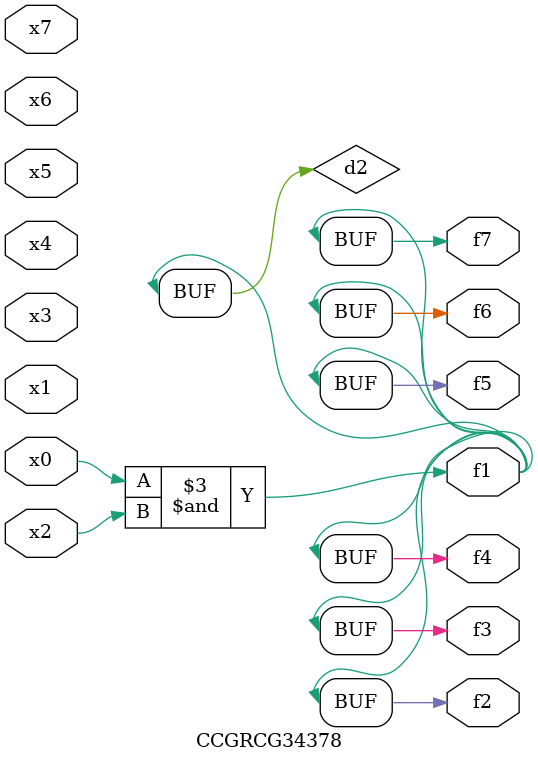
<source format=v>
module CCGRCG34378(
	input x0, x1, x2, x3, x4, x5, x6, x7,
	output f1, f2, f3, f4, f5, f6, f7
);

	wire d1, d2;

	nor (d1, x3, x6);
	and (d2, x0, x2);
	assign f1 = d2;
	assign f2 = d2;
	assign f3 = d2;
	assign f4 = d2;
	assign f5 = d2;
	assign f6 = d2;
	assign f7 = d2;
endmodule

</source>
